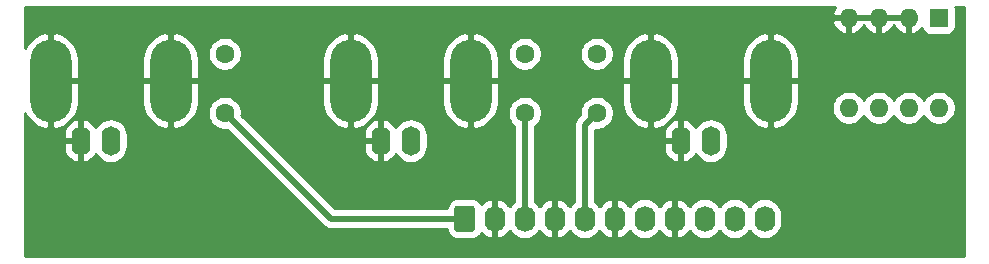
<source format=gbr>
G04 #@! TF.GenerationSoftware,KiCad,Pcbnew,5.1.5+dfsg1-2build2*
G04 #@! TF.CreationDate,2021-08-15T19:23:22-05:00*
G04 #@! TF.ProjectId,interlogix-rgb-mod,696e7465-726c-46f6-9769-782d7267622d,rev?*
G04 #@! TF.SameCoordinates,Original*
G04 #@! TF.FileFunction,Copper,L1,Top*
G04 #@! TF.FilePolarity,Positive*
%FSLAX46Y46*%
G04 Gerber Fmt 4.6, Leading zero omitted, Abs format (unit mm)*
G04 Created by KiCad (PCBNEW 5.1.5+dfsg1-2build2) date 2021-08-15 19:23:22*
%MOMM*%
%LPD*%
G04 APERTURE LIST*
%ADD10O,1.600000X1.600000*%
%ADD11R,1.600000X1.600000*%
%ADD12O,1.740000X2.200000*%
%ADD13C,0.100000*%
%ADD14O,1.600000X2.500000*%
%ADD15O,3.500000X7.000000*%
%ADD16C,1.600000*%
%ADD17C,0.508000*%
%ADD18C,0.254000*%
G04 APERTURE END LIST*
D10*
X123952000Y-72898000D03*
X116332000Y-65278000D03*
X121412000Y-72898000D03*
X118872000Y-65278000D03*
X118872000Y-72898000D03*
X121412000Y-65278000D03*
X116332000Y-72898000D03*
D11*
X123952000Y-65278000D03*
D12*
X109220000Y-82296000D03*
X106680000Y-82296000D03*
X104140000Y-82296000D03*
X101600000Y-82296000D03*
X99060000Y-82296000D03*
X96520000Y-82296000D03*
X93980000Y-82296000D03*
X91440000Y-82296000D03*
X88900000Y-82296000D03*
X86360000Y-82296000D03*
G04 #@! TA.AperFunction,ComponentPad*
D13*
G36*
X84464505Y-81197204D02*
G01*
X84488773Y-81200804D01*
X84512572Y-81206765D01*
X84535671Y-81215030D01*
X84557850Y-81225520D01*
X84578893Y-81238132D01*
X84598599Y-81252747D01*
X84616777Y-81269223D01*
X84633253Y-81287401D01*
X84647868Y-81307107D01*
X84660480Y-81328150D01*
X84670970Y-81350329D01*
X84679235Y-81373428D01*
X84685196Y-81397227D01*
X84688796Y-81421495D01*
X84690000Y-81445999D01*
X84690000Y-83146001D01*
X84688796Y-83170505D01*
X84685196Y-83194773D01*
X84679235Y-83218572D01*
X84670970Y-83241671D01*
X84660480Y-83263850D01*
X84647868Y-83284893D01*
X84633253Y-83304599D01*
X84616777Y-83322777D01*
X84598599Y-83339253D01*
X84578893Y-83353868D01*
X84557850Y-83366480D01*
X84535671Y-83376970D01*
X84512572Y-83385235D01*
X84488773Y-83391196D01*
X84464505Y-83394796D01*
X84440001Y-83396000D01*
X83199999Y-83396000D01*
X83175495Y-83394796D01*
X83151227Y-83391196D01*
X83127428Y-83385235D01*
X83104329Y-83376970D01*
X83082150Y-83366480D01*
X83061107Y-83353868D01*
X83041401Y-83339253D01*
X83023223Y-83322777D01*
X83006747Y-83304599D01*
X82992132Y-83284893D01*
X82979520Y-83263850D01*
X82969030Y-83241671D01*
X82960765Y-83218572D01*
X82954804Y-83194773D01*
X82951204Y-83170505D01*
X82950000Y-83146001D01*
X82950000Y-81445999D01*
X82951204Y-81421495D01*
X82954804Y-81397227D01*
X82960765Y-81373428D01*
X82969030Y-81350329D01*
X82979520Y-81328150D01*
X82992132Y-81307107D01*
X83006747Y-81287401D01*
X83023223Y-81269223D01*
X83041401Y-81252747D01*
X83061107Y-81238132D01*
X83082150Y-81225520D01*
X83104329Y-81215030D01*
X83127428Y-81206765D01*
X83151227Y-81200804D01*
X83175495Y-81197204D01*
X83199999Y-81196000D01*
X84440001Y-81196000D01*
X84464505Y-81197204D01*
G37*
G04 #@! TD.AperFunction*
D14*
X51308000Y-75692000D03*
X53848000Y-75692000D03*
D15*
X58928000Y-70612000D03*
X48768000Y-70612000D03*
D14*
X76708000Y-75692000D03*
X79248000Y-75692000D03*
D15*
X84328000Y-70612000D03*
X74168000Y-70612000D03*
D14*
X102108000Y-75692000D03*
X104648000Y-75692000D03*
D15*
X109728000Y-70612000D03*
X99568000Y-70612000D03*
D16*
X63500000Y-73326000D03*
X63500000Y-68326000D03*
X88900000Y-73326000D03*
X88900000Y-68326000D03*
X94996000Y-73326000D03*
X94996000Y-68326000D03*
D17*
X93980000Y-74342000D02*
X94996000Y-73326000D01*
X93980000Y-82296000D02*
X93980000Y-74342000D01*
X88900000Y-82296000D02*
X88900000Y-73326000D01*
X72470000Y-82296000D02*
X63500000Y-73326000D01*
X83820000Y-82296000D02*
X72470000Y-82296000D01*
D18*
G36*
X115179615Y-64422869D02*
G01*
X115034930Y-64664119D01*
X114940091Y-64928960D01*
X115061376Y-65151000D01*
X116205000Y-65151000D01*
X116205000Y-65131000D01*
X116459000Y-65131000D01*
X116459000Y-65151000D01*
X118745000Y-65151000D01*
X118745000Y-65131000D01*
X118999000Y-65131000D01*
X118999000Y-65151000D01*
X121285000Y-65151000D01*
X121285000Y-65131000D01*
X121539000Y-65131000D01*
X121539000Y-65151000D01*
X121559000Y-65151000D01*
X121559000Y-65405000D01*
X121539000Y-65405000D01*
X121539000Y-66547915D01*
X121761039Y-66669904D01*
X121895087Y-66629246D01*
X122149420Y-66509037D01*
X122375414Y-66341519D01*
X122523769Y-66177920D01*
X122526188Y-66202482D01*
X122562498Y-66322180D01*
X122621463Y-66432494D01*
X122700815Y-66529185D01*
X122797506Y-66608537D01*
X122907820Y-66667502D01*
X123027518Y-66703812D01*
X123152000Y-66716072D01*
X124752000Y-66716072D01*
X124876482Y-66703812D01*
X124996180Y-66667502D01*
X125106494Y-66608537D01*
X125203185Y-66529185D01*
X125282537Y-66432494D01*
X125341502Y-66322180D01*
X125377812Y-66202482D01*
X125390072Y-66078000D01*
X125390072Y-64478000D01*
X125381307Y-64389000D01*
X126111000Y-64389000D01*
X126111000Y-85471000D01*
X46609000Y-85471000D01*
X46609000Y-75819000D01*
X49873000Y-75819000D01*
X49873000Y-76269000D01*
X49925350Y-76546514D01*
X50030834Y-76808483D01*
X50185399Y-77044839D01*
X50383105Y-77246500D01*
X50616354Y-77405715D01*
X50876182Y-77516367D01*
X50958961Y-77533904D01*
X51181000Y-77411915D01*
X51181000Y-75819000D01*
X49873000Y-75819000D01*
X46609000Y-75819000D01*
X46609000Y-75115000D01*
X49873000Y-75115000D01*
X49873000Y-75565000D01*
X51181000Y-75565000D01*
X51181000Y-73972085D01*
X51435000Y-73972085D01*
X51435000Y-75565000D01*
X51455000Y-75565000D01*
X51455000Y-75819000D01*
X51435000Y-75819000D01*
X51435000Y-77411915D01*
X51657039Y-77533904D01*
X51739818Y-77516367D01*
X51999646Y-77405715D01*
X52232895Y-77246500D01*
X52430601Y-77044839D01*
X52580735Y-76815259D01*
X52649068Y-76943101D01*
X52828393Y-77161608D01*
X53046900Y-77340932D01*
X53296193Y-77474182D01*
X53566692Y-77556236D01*
X53848000Y-77583943D01*
X54129309Y-77556236D01*
X54399808Y-77474182D01*
X54649101Y-77340932D01*
X54867608Y-77161608D01*
X55046932Y-76943101D01*
X55180182Y-76693808D01*
X55262236Y-76423309D01*
X55283000Y-76212491D01*
X55283000Y-75171508D01*
X55262236Y-74960691D01*
X55180182Y-74690192D01*
X55046932Y-74440899D01*
X54867607Y-74222392D01*
X54649100Y-74043068D01*
X54399807Y-73909818D01*
X54129308Y-73827764D01*
X53848000Y-73800057D01*
X53566691Y-73827764D01*
X53296192Y-73909818D01*
X53046899Y-74043068D01*
X52828392Y-74222393D01*
X52649068Y-74440900D01*
X52580735Y-74568742D01*
X52430601Y-74339161D01*
X52232895Y-74137500D01*
X51999646Y-73978285D01*
X51739818Y-73867633D01*
X51657039Y-73850096D01*
X51435000Y-73972085D01*
X51181000Y-73972085D01*
X50958961Y-73850096D01*
X50876182Y-73867633D01*
X50616354Y-73978285D01*
X50383105Y-74137500D01*
X50185399Y-74339161D01*
X50030834Y-74575517D01*
X49925350Y-74837486D01*
X49873000Y-75115000D01*
X46609000Y-75115000D01*
X46609000Y-73380588D01*
X46613148Y-73392032D01*
X46855502Y-73792631D01*
X47171352Y-74138252D01*
X47548561Y-74415612D01*
X47972632Y-74614053D01*
X48269997Y-74694427D01*
X48641000Y-74584625D01*
X48641000Y-70739000D01*
X48895000Y-70739000D01*
X48895000Y-74584625D01*
X49266003Y-74694427D01*
X49563368Y-74614053D01*
X49987439Y-74415612D01*
X50364648Y-74138252D01*
X50680498Y-73792631D01*
X50922852Y-73392032D01*
X51082396Y-72951850D01*
X51153000Y-72489000D01*
X51153000Y-70739000D01*
X56543000Y-70739000D01*
X56543000Y-72489000D01*
X56613604Y-72951850D01*
X56773148Y-73392032D01*
X57015502Y-73792631D01*
X57331352Y-74138252D01*
X57708561Y-74415612D01*
X58132632Y-74614053D01*
X58429997Y-74694427D01*
X58801000Y-74584625D01*
X58801000Y-70739000D01*
X59055000Y-70739000D01*
X59055000Y-74584625D01*
X59426003Y-74694427D01*
X59723368Y-74614053D01*
X60147439Y-74415612D01*
X60524648Y-74138252D01*
X60840498Y-73792631D01*
X61082852Y-73392032D01*
X61158012Y-73184665D01*
X62065000Y-73184665D01*
X62065000Y-73467335D01*
X62120147Y-73744574D01*
X62228320Y-74005727D01*
X62385363Y-74240759D01*
X62585241Y-74440637D01*
X62820273Y-74597680D01*
X63081426Y-74705853D01*
X63358665Y-74761000D01*
X63641335Y-74761000D01*
X63671721Y-74754956D01*
X71810506Y-82893742D01*
X71838341Y-82927659D01*
X71973709Y-83038753D01*
X72128149Y-83121303D01*
X72244892Y-83156716D01*
X72295725Y-83172136D01*
X72312325Y-83173771D01*
X72426333Y-83185000D01*
X72426340Y-83185000D01*
X72470000Y-83189300D01*
X72513660Y-83185000D01*
X82315769Y-83185000D01*
X82328992Y-83319255D01*
X82379528Y-83485851D01*
X82461595Y-83639387D01*
X82572038Y-83773962D01*
X82706613Y-83884405D01*
X82860149Y-83966472D01*
X83026745Y-84017008D01*
X83199999Y-84034072D01*
X84440001Y-84034072D01*
X84613255Y-84017008D01*
X84779851Y-83966472D01*
X84933387Y-83884405D01*
X85067962Y-83773962D01*
X85178405Y-83639387D01*
X85236507Y-83530686D01*
X85389506Y-83686536D01*
X85634563Y-83853571D01*
X85907498Y-83969588D01*
X85999969Y-83987302D01*
X86233000Y-83866246D01*
X86233000Y-82423000D01*
X86213000Y-82423000D01*
X86213000Y-82169000D01*
X86233000Y-82169000D01*
X86233000Y-80725754D01*
X86487000Y-80725754D01*
X86487000Y-82169000D01*
X86507000Y-82169000D01*
X86507000Y-82423000D01*
X86487000Y-82423000D01*
X86487000Y-83866246D01*
X86720031Y-83987302D01*
X86812502Y-83969588D01*
X87085437Y-83853571D01*
X87330494Y-83686536D01*
X87538256Y-83474903D01*
X87627698Y-83338331D01*
X87642583Y-83366179D01*
X87830655Y-83595345D01*
X88059822Y-83783417D01*
X88321276Y-83923166D01*
X88604969Y-84009224D01*
X88900000Y-84038282D01*
X89195032Y-84009224D01*
X89478725Y-83923166D01*
X89740179Y-83783417D01*
X89969345Y-83595345D01*
X90157417Y-83366179D01*
X90172302Y-83338331D01*
X90261744Y-83474903D01*
X90469506Y-83686536D01*
X90714563Y-83853571D01*
X90987498Y-83969588D01*
X91079969Y-83987302D01*
X91313000Y-83866246D01*
X91313000Y-82423000D01*
X91293000Y-82423000D01*
X91293000Y-82169000D01*
X91313000Y-82169000D01*
X91313000Y-80725754D01*
X91567000Y-80725754D01*
X91567000Y-82169000D01*
X91587000Y-82169000D01*
X91587000Y-82423000D01*
X91567000Y-82423000D01*
X91567000Y-83866246D01*
X91800031Y-83987302D01*
X91892502Y-83969588D01*
X92165437Y-83853571D01*
X92410494Y-83686536D01*
X92618256Y-83474903D01*
X92707698Y-83338331D01*
X92722583Y-83366179D01*
X92910655Y-83595345D01*
X93139822Y-83783417D01*
X93401276Y-83923166D01*
X93684969Y-84009224D01*
X93980000Y-84038282D01*
X94275032Y-84009224D01*
X94558725Y-83923166D01*
X94820179Y-83783417D01*
X95049345Y-83595345D01*
X95237417Y-83366179D01*
X95252302Y-83338331D01*
X95341744Y-83474903D01*
X95549506Y-83686536D01*
X95794563Y-83853571D01*
X96067498Y-83969588D01*
X96159969Y-83987302D01*
X96393000Y-83866246D01*
X96393000Y-82423000D01*
X96373000Y-82423000D01*
X96373000Y-82169000D01*
X96393000Y-82169000D01*
X96393000Y-80725754D01*
X96647000Y-80725754D01*
X96647000Y-82169000D01*
X96667000Y-82169000D01*
X96667000Y-82423000D01*
X96647000Y-82423000D01*
X96647000Y-83866246D01*
X96880031Y-83987302D01*
X96972502Y-83969588D01*
X97245437Y-83853571D01*
X97490494Y-83686536D01*
X97698256Y-83474903D01*
X97787698Y-83338331D01*
X97802583Y-83366179D01*
X97990655Y-83595345D01*
X98219822Y-83783417D01*
X98481276Y-83923166D01*
X98764969Y-84009224D01*
X99060000Y-84038282D01*
X99355032Y-84009224D01*
X99638725Y-83923166D01*
X99900179Y-83783417D01*
X100129345Y-83595345D01*
X100317417Y-83366179D01*
X100332302Y-83338331D01*
X100421744Y-83474903D01*
X100629506Y-83686536D01*
X100874563Y-83853571D01*
X101147498Y-83969588D01*
X101239969Y-83987302D01*
X101473000Y-83866246D01*
X101473000Y-82423000D01*
X101453000Y-82423000D01*
X101453000Y-82169000D01*
X101473000Y-82169000D01*
X101473000Y-80725754D01*
X101727000Y-80725754D01*
X101727000Y-82169000D01*
X101747000Y-82169000D01*
X101747000Y-82423000D01*
X101727000Y-82423000D01*
X101727000Y-83866246D01*
X101960031Y-83987302D01*
X102052502Y-83969588D01*
X102325437Y-83853571D01*
X102570494Y-83686536D01*
X102778256Y-83474903D01*
X102867698Y-83338331D01*
X102882583Y-83366179D01*
X103070655Y-83595345D01*
X103299822Y-83783417D01*
X103561276Y-83923166D01*
X103844969Y-84009224D01*
X104140000Y-84038282D01*
X104435032Y-84009224D01*
X104718725Y-83923166D01*
X104980179Y-83783417D01*
X105209345Y-83595345D01*
X105397417Y-83366179D01*
X105410000Y-83342638D01*
X105422583Y-83366179D01*
X105610655Y-83595345D01*
X105839822Y-83783417D01*
X106101276Y-83923166D01*
X106384969Y-84009224D01*
X106680000Y-84038282D01*
X106975032Y-84009224D01*
X107258725Y-83923166D01*
X107520179Y-83783417D01*
X107749345Y-83595345D01*
X107937417Y-83366179D01*
X107950000Y-83342638D01*
X107962583Y-83366179D01*
X108150655Y-83595345D01*
X108379822Y-83783417D01*
X108641276Y-83923166D01*
X108924969Y-84009224D01*
X109220000Y-84038282D01*
X109515032Y-84009224D01*
X109798725Y-83923166D01*
X110060179Y-83783417D01*
X110289345Y-83595345D01*
X110477417Y-83366179D01*
X110617166Y-83104724D01*
X110703224Y-82821031D01*
X110725000Y-82599935D01*
X110725000Y-81992064D01*
X110703224Y-81770968D01*
X110617166Y-81487275D01*
X110477417Y-81225821D01*
X110289345Y-80996655D01*
X110060178Y-80808583D01*
X109798724Y-80668834D01*
X109515031Y-80582776D01*
X109220000Y-80553718D01*
X108924968Y-80582776D01*
X108641275Y-80668834D01*
X108379821Y-80808583D01*
X108150655Y-80996655D01*
X107962583Y-81225822D01*
X107950000Y-81249363D01*
X107937417Y-81225821D01*
X107749345Y-80996655D01*
X107520178Y-80808583D01*
X107258724Y-80668834D01*
X106975031Y-80582776D01*
X106680000Y-80553718D01*
X106384968Y-80582776D01*
X106101275Y-80668834D01*
X105839821Y-80808583D01*
X105610655Y-80996655D01*
X105422583Y-81225822D01*
X105410000Y-81249363D01*
X105397417Y-81225821D01*
X105209345Y-80996655D01*
X104980178Y-80808583D01*
X104718724Y-80668834D01*
X104435031Y-80582776D01*
X104140000Y-80553718D01*
X103844968Y-80582776D01*
X103561275Y-80668834D01*
X103299821Y-80808583D01*
X103070655Y-80996655D01*
X102882583Y-81225822D01*
X102867698Y-81253669D01*
X102778256Y-81117097D01*
X102570494Y-80905464D01*
X102325437Y-80738429D01*
X102052502Y-80622412D01*
X101960031Y-80604698D01*
X101727000Y-80725754D01*
X101473000Y-80725754D01*
X101239969Y-80604698D01*
X101147498Y-80622412D01*
X100874563Y-80738429D01*
X100629506Y-80905464D01*
X100421744Y-81117097D01*
X100332302Y-81253669D01*
X100317417Y-81225821D01*
X100129345Y-80996655D01*
X99900178Y-80808583D01*
X99638724Y-80668834D01*
X99355031Y-80582776D01*
X99060000Y-80553718D01*
X98764968Y-80582776D01*
X98481275Y-80668834D01*
X98219821Y-80808583D01*
X97990655Y-80996655D01*
X97802583Y-81225822D01*
X97787698Y-81253669D01*
X97698256Y-81117097D01*
X97490494Y-80905464D01*
X97245437Y-80738429D01*
X96972502Y-80622412D01*
X96880031Y-80604698D01*
X96647000Y-80725754D01*
X96393000Y-80725754D01*
X96159969Y-80604698D01*
X96067498Y-80622412D01*
X95794563Y-80738429D01*
X95549506Y-80905464D01*
X95341744Y-81117097D01*
X95252302Y-81253669D01*
X95237417Y-81225821D01*
X95049345Y-80996655D01*
X94869000Y-80848650D01*
X94869000Y-75819000D01*
X100673000Y-75819000D01*
X100673000Y-76269000D01*
X100725350Y-76546514D01*
X100830834Y-76808483D01*
X100985399Y-77044839D01*
X101183105Y-77246500D01*
X101416354Y-77405715D01*
X101676182Y-77516367D01*
X101758961Y-77533904D01*
X101981000Y-77411915D01*
X101981000Y-75819000D01*
X100673000Y-75819000D01*
X94869000Y-75819000D01*
X94869000Y-75115000D01*
X100673000Y-75115000D01*
X100673000Y-75565000D01*
X101981000Y-75565000D01*
X101981000Y-73972085D01*
X102235000Y-73972085D01*
X102235000Y-75565000D01*
X102255000Y-75565000D01*
X102255000Y-75819000D01*
X102235000Y-75819000D01*
X102235000Y-77411915D01*
X102457039Y-77533904D01*
X102539818Y-77516367D01*
X102799646Y-77405715D01*
X103032895Y-77246500D01*
X103230601Y-77044839D01*
X103380735Y-76815259D01*
X103449068Y-76943101D01*
X103628393Y-77161608D01*
X103846900Y-77340932D01*
X104096193Y-77474182D01*
X104366692Y-77556236D01*
X104648000Y-77583943D01*
X104929309Y-77556236D01*
X105199808Y-77474182D01*
X105449101Y-77340932D01*
X105667608Y-77161608D01*
X105846932Y-76943101D01*
X105980182Y-76693808D01*
X106062236Y-76423309D01*
X106083000Y-76212491D01*
X106083000Y-75171508D01*
X106062236Y-74960691D01*
X105980182Y-74690192D01*
X105846932Y-74440899D01*
X105667607Y-74222392D01*
X105449100Y-74043068D01*
X105199807Y-73909818D01*
X104929308Y-73827764D01*
X104648000Y-73800057D01*
X104366691Y-73827764D01*
X104096192Y-73909818D01*
X103846899Y-74043068D01*
X103628392Y-74222393D01*
X103449068Y-74440900D01*
X103380735Y-74568742D01*
X103230601Y-74339161D01*
X103032895Y-74137500D01*
X102799646Y-73978285D01*
X102539818Y-73867633D01*
X102457039Y-73850096D01*
X102235000Y-73972085D01*
X101981000Y-73972085D01*
X101758961Y-73850096D01*
X101676182Y-73867633D01*
X101416354Y-73978285D01*
X101183105Y-74137500D01*
X100985399Y-74339161D01*
X100830834Y-74575517D01*
X100725350Y-74837486D01*
X100673000Y-75115000D01*
X94869000Y-75115000D01*
X94869000Y-74761000D01*
X95137335Y-74761000D01*
X95414574Y-74705853D01*
X95675727Y-74597680D01*
X95910759Y-74440637D01*
X96110637Y-74240759D01*
X96267680Y-74005727D01*
X96375853Y-73744574D01*
X96431000Y-73467335D01*
X96431000Y-73184665D01*
X96375853Y-72907426D01*
X96267680Y-72646273D01*
X96110637Y-72411241D01*
X95910759Y-72211363D01*
X95675727Y-72054320D01*
X95414574Y-71946147D01*
X95137335Y-71891000D01*
X94854665Y-71891000D01*
X94577426Y-71946147D01*
X94316273Y-72054320D01*
X94081241Y-72211363D01*
X93881363Y-72411241D01*
X93724320Y-72646273D01*
X93616147Y-72907426D01*
X93561000Y-73184665D01*
X93561000Y-73467335D01*
X93567044Y-73497721D01*
X93382259Y-73682506D01*
X93348342Y-73710341D01*
X93320507Y-73744258D01*
X93320505Y-73744260D01*
X93237248Y-73845709D01*
X93154698Y-74000148D01*
X93103864Y-74167726D01*
X93086700Y-74342000D01*
X93091001Y-74385670D01*
X93091000Y-80848649D01*
X92910655Y-80996655D01*
X92722583Y-81225822D01*
X92707698Y-81253669D01*
X92618256Y-81117097D01*
X92410494Y-80905464D01*
X92165437Y-80738429D01*
X91892502Y-80622412D01*
X91800031Y-80604698D01*
X91567000Y-80725754D01*
X91313000Y-80725754D01*
X91079969Y-80604698D01*
X90987498Y-80622412D01*
X90714563Y-80738429D01*
X90469506Y-80905464D01*
X90261744Y-81117097D01*
X90172302Y-81253669D01*
X90157417Y-81225821D01*
X89969345Y-80996655D01*
X89789000Y-80848650D01*
X89789000Y-74457849D01*
X89814759Y-74440637D01*
X90014637Y-74240759D01*
X90171680Y-74005727D01*
X90279853Y-73744574D01*
X90335000Y-73467335D01*
X90335000Y-73184665D01*
X90279853Y-72907426D01*
X90171680Y-72646273D01*
X90014637Y-72411241D01*
X89814759Y-72211363D01*
X89579727Y-72054320D01*
X89318574Y-71946147D01*
X89041335Y-71891000D01*
X88758665Y-71891000D01*
X88481426Y-71946147D01*
X88220273Y-72054320D01*
X87985241Y-72211363D01*
X87785363Y-72411241D01*
X87628320Y-72646273D01*
X87520147Y-72907426D01*
X87465000Y-73184665D01*
X87465000Y-73467335D01*
X87520147Y-73744574D01*
X87628320Y-74005727D01*
X87785363Y-74240759D01*
X87985241Y-74440637D01*
X88011001Y-74457849D01*
X88011000Y-80848649D01*
X87830655Y-80996655D01*
X87642583Y-81225822D01*
X87627698Y-81253669D01*
X87538256Y-81117097D01*
X87330494Y-80905464D01*
X87085437Y-80738429D01*
X86812502Y-80622412D01*
X86720031Y-80604698D01*
X86487000Y-80725754D01*
X86233000Y-80725754D01*
X85999969Y-80604698D01*
X85907498Y-80622412D01*
X85634563Y-80738429D01*
X85389506Y-80905464D01*
X85236507Y-81061314D01*
X85178405Y-80952613D01*
X85067962Y-80818038D01*
X84933387Y-80707595D01*
X84779851Y-80625528D01*
X84613255Y-80574992D01*
X84440001Y-80557928D01*
X83199999Y-80557928D01*
X83026745Y-80574992D01*
X82860149Y-80625528D01*
X82706613Y-80707595D01*
X82572038Y-80818038D01*
X82461595Y-80952613D01*
X82379528Y-81106149D01*
X82328992Y-81272745D01*
X82315769Y-81407000D01*
X72838236Y-81407000D01*
X67250236Y-75819000D01*
X75273000Y-75819000D01*
X75273000Y-76269000D01*
X75325350Y-76546514D01*
X75430834Y-76808483D01*
X75585399Y-77044839D01*
X75783105Y-77246500D01*
X76016354Y-77405715D01*
X76276182Y-77516367D01*
X76358961Y-77533904D01*
X76581000Y-77411915D01*
X76581000Y-75819000D01*
X75273000Y-75819000D01*
X67250236Y-75819000D01*
X66546236Y-75115000D01*
X75273000Y-75115000D01*
X75273000Y-75565000D01*
X76581000Y-75565000D01*
X76581000Y-73972085D01*
X76835000Y-73972085D01*
X76835000Y-75565000D01*
X76855000Y-75565000D01*
X76855000Y-75819000D01*
X76835000Y-75819000D01*
X76835000Y-77411915D01*
X77057039Y-77533904D01*
X77139818Y-77516367D01*
X77399646Y-77405715D01*
X77632895Y-77246500D01*
X77830601Y-77044839D01*
X77980735Y-76815259D01*
X78049068Y-76943101D01*
X78228393Y-77161608D01*
X78446900Y-77340932D01*
X78696193Y-77474182D01*
X78966692Y-77556236D01*
X79248000Y-77583943D01*
X79529309Y-77556236D01*
X79799808Y-77474182D01*
X80049101Y-77340932D01*
X80267608Y-77161608D01*
X80446932Y-76943101D01*
X80580182Y-76693808D01*
X80662236Y-76423309D01*
X80683000Y-76212491D01*
X80683000Y-75171508D01*
X80662236Y-74960691D01*
X80580182Y-74690192D01*
X80446932Y-74440899D01*
X80267607Y-74222392D01*
X80049100Y-74043068D01*
X79799807Y-73909818D01*
X79529308Y-73827764D01*
X79248000Y-73800057D01*
X78966691Y-73827764D01*
X78696192Y-73909818D01*
X78446899Y-74043068D01*
X78228392Y-74222393D01*
X78049068Y-74440900D01*
X77980735Y-74568742D01*
X77830601Y-74339161D01*
X77632895Y-74137500D01*
X77399646Y-73978285D01*
X77139818Y-73867633D01*
X77057039Y-73850096D01*
X76835000Y-73972085D01*
X76581000Y-73972085D01*
X76358961Y-73850096D01*
X76276182Y-73867633D01*
X76016354Y-73978285D01*
X75783105Y-74137500D01*
X75585399Y-74339161D01*
X75430834Y-74575517D01*
X75325350Y-74837486D01*
X75273000Y-75115000D01*
X66546236Y-75115000D01*
X64928956Y-73497721D01*
X64935000Y-73467335D01*
X64935000Y-73184665D01*
X64879853Y-72907426D01*
X64771680Y-72646273D01*
X64614637Y-72411241D01*
X64414759Y-72211363D01*
X64179727Y-72054320D01*
X63918574Y-71946147D01*
X63641335Y-71891000D01*
X63358665Y-71891000D01*
X63081426Y-71946147D01*
X62820273Y-72054320D01*
X62585241Y-72211363D01*
X62385363Y-72411241D01*
X62228320Y-72646273D01*
X62120147Y-72907426D01*
X62065000Y-73184665D01*
X61158012Y-73184665D01*
X61242396Y-72951850D01*
X61313000Y-72489000D01*
X61313000Y-70739000D01*
X71783000Y-70739000D01*
X71783000Y-72489000D01*
X71853604Y-72951850D01*
X72013148Y-73392032D01*
X72255502Y-73792631D01*
X72571352Y-74138252D01*
X72948561Y-74415612D01*
X73372632Y-74614053D01*
X73669997Y-74694427D01*
X74041000Y-74584625D01*
X74041000Y-70739000D01*
X74295000Y-70739000D01*
X74295000Y-74584625D01*
X74666003Y-74694427D01*
X74963368Y-74614053D01*
X75387439Y-74415612D01*
X75764648Y-74138252D01*
X76080498Y-73792631D01*
X76322852Y-73392032D01*
X76482396Y-72951850D01*
X76553000Y-72489000D01*
X76553000Y-70739000D01*
X81943000Y-70739000D01*
X81943000Y-72489000D01*
X82013604Y-72951850D01*
X82173148Y-73392032D01*
X82415502Y-73792631D01*
X82731352Y-74138252D01*
X83108561Y-74415612D01*
X83532632Y-74614053D01*
X83829997Y-74694427D01*
X84201000Y-74584625D01*
X84201000Y-70739000D01*
X84455000Y-70739000D01*
X84455000Y-74584625D01*
X84826003Y-74694427D01*
X85123368Y-74614053D01*
X85547439Y-74415612D01*
X85924648Y-74138252D01*
X86240498Y-73792631D01*
X86482852Y-73392032D01*
X86642396Y-72951850D01*
X86713000Y-72489000D01*
X86713000Y-70739000D01*
X97183000Y-70739000D01*
X97183000Y-72489000D01*
X97253604Y-72951850D01*
X97413148Y-73392032D01*
X97655502Y-73792631D01*
X97971352Y-74138252D01*
X98348561Y-74415612D01*
X98772632Y-74614053D01*
X99069997Y-74694427D01*
X99441000Y-74584625D01*
X99441000Y-70739000D01*
X99695000Y-70739000D01*
X99695000Y-74584625D01*
X100066003Y-74694427D01*
X100363368Y-74614053D01*
X100787439Y-74415612D01*
X101164648Y-74138252D01*
X101480498Y-73792631D01*
X101722852Y-73392032D01*
X101882396Y-72951850D01*
X101953000Y-72489000D01*
X101953000Y-70739000D01*
X107343000Y-70739000D01*
X107343000Y-72489000D01*
X107413604Y-72951850D01*
X107573148Y-73392032D01*
X107815502Y-73792631D01*
X108131352Y-74138252D01*
X108508561Y-74415612D01*
X108932632Y-74614053D01*
X109229997Y-74694427D01*
X109601000Y-74584625D01*
X109601000Y-70739000D01*
X109855000Y-70739000D01*
X109855000Y-74584625D01*
X110226003Y-74694427D01*
X110523368Y-74614053D01*
X110947439Y-74415612D01*
X111324648Y-74138252D01*
X111640498Y-73792631D01*
X111882852Y-73392032D01*
X112042396Y-72951850D01*
X112072169Y-72756665D01*
X114897000Y-72756665D01*
X114897000Y-73039335D01*
X114952147Y-73316574D01*
X115060320Y-73577727D01*
X115217363Y-73812759D01*
X115417241Y-74012637D01*
X115652273Y-74169680D01*
X115913426Y-74277853D01*
X116190665Y-74333000D01*
X116473335Y-74333000D01*
X116750574Y-74277853D01*
X117011727Y-74169680D01*
X117246759Y-74012637D01*
X117446637Y-73812759D01*
X117602000Y-73580241D01*
X117757363Y-73812759D01*
X117957241Y-74012637D01*
X118192273Y-74169680D01*
X118453426Y-74277853D01*
X118730665Y-74333000D01*
X119013335Y-74333000D01*
X119290574Y-74277853D01*
X119551727Y-74169680D01*
X119786759Y-74012637D01*
X119986637Y-73812759D01*
X120142000Y-73580241D01*
X120297363Y-73812759D01*
X120497241Y-74012637D01*
X120732273Y-74169680D01*
X120993426Y-74277853D01*
X121270665Y-74333000D01*
X121553335Y-74333000D01*
X121830574Y-74277853D01*
X122091727Y-74169680D01*
X122326759Y-74012637D01*
X122526637Y-73812759D01*
X122682000Y-73580241D01*
X122837363Y-73812759D01*
X123037241Y-74012637D01*
X123272273Y-74169680D01*
X123533426Y-74277853D01*
X123810665Y-74333000D01*
X124093335Y-74333000D01*
X124370574Y-74277853D01*
X124631727Y-74169680D01*
X124866759Y-74012637D01*
X125066637Y-73812759D01*
X125223680Y-73577727D01*
X125331853Y-73316574D01*
X125387000Y-73039335D01*
X125387000Y-72756665D01*
X125331853Y-72479426D01*
X125223680Y-72218273D01*
X125066637Y-71983241D01*
X124866759Y-71783363D01*
X124631727Y-71626320D01*
X124370574Y-71518147D01*
X124093335Y-71463000D01*
X123810665Y-71463000D01*
X123533426Y-71518147D01*
X123272273Y-71626320D01*
X123037241Y-71783363D01*
X122837363Y-71983241D01*
X122682000Y-72215759D01*
X122526637Y-71983241D01*
X122326759Y-71783363D01*
X122091727Y-71626320D01*
X121830574Y-71518147D01*
X121553335Y-71463000D01*
X121270665Y-71463000D01*
X120993426Y-71518147D01*
X120732273Y-71626320D01*
X120497241Y-71783363D01*
X120297363Y-71983241D01*
X120142000Y-72215759D01*
X119986637Y-71983241D01*
X119786759Y-71783363D01*
X119551727Y-71626320D01*
X119290574Y-71518147D01*
X119013335Y-71463000D01*
X118730665Y-71463000D01*
X118453426Y-71518147D01*
X118192273Y-71626320D01*
X117957241Y-71783363D01*
X117757363Y-71983241D01*
X117602000Y-72215759D01*
X117446637Y-71983241D01*
X117246759Y-71783363D01*
X117011727Y-71626320D01*
X116750574Y-71518147D01*
X116473335Y-71463000D01*
X116190665Y-71463000D01*
X115913426Y-71518147D01*
X115652273Y-71626320D01*
X115417241Y-71783363D01*
X115217363Y-71983241D01*
X115060320Y-72218273D01*
X114952147Y-72479426D01*
X114897000Y-72756665D01*
X112072169Y-72756665D01*
X112113000Y-72489000D01*
X112113000Y-70739000D01*
X109855000Y-70739000D01*
X109601000Y-70739000D01*
X107343000Y-70739000D01*
X101953000Y-70739000D01*
X99695000Y-70739000D01*
X99441000Y-70739000D01*
X97183000Y-70739000D01*
X86713000Y-70739000D01*
X84455000Y-70739000D01*
X84201000Y-70739000D01*
X81943000Y-70739000D01*
X76553000Y-70739000D01*
X74295000Y-70739000D01*
X74041000Y-70739000D01*
X71783000Y-70739000D01*
X61313000Y-70739000D01*
X59055000Y-70739000D01*
X58801000Y-70739000D01*
X56543000Y-70739000D01*
X51153000Y-70739000D01*
X48895000Y-70739000D01*
X48641000Y-70739000D01*
X48621000Y-70739000D01*
X48621000Y-70485000D01*
X48641000Y-70485000D01*
X48641000Y-66639375D01*
X48895000Y-66639375D01*
X48895000Y-70485000D01*
X51153000Y-70485000D01*
X51153000Y-68735000D01*
X56543000Y-68735000D01*
X56543000Y-70485000D01*
X58801000Y-70485000D01*
X58801000Y-66639375D01*
X59055000Y-66639375D01*
X59055000Y-70485000D01*
X61313000Y-70485000D01*
X61313000Y-68735000D01*
X61242396Y-68272150D01*
X61210688Y-68184665D01*
X62065000Y-68184665D01*
X62065000Y-68467335D01*
X62120147Y-68744574D01*
X62228320Y-69005727D01*
X62385363Y-69240759D01*
X62585241Y-69440637D01*
X62820273Y-69597680D01*
X63081426Y-69705853D01*
X63358665Y-69761000D01*
X63641335Y-69761000D01*
X63918574Y-69705853D01*
X64179727Y-69597680D01*
X64414759Y-69440637D01*
X64614637Y-69240759D01*
X64771680Y-69005727D01*
X64879853Y-68744574D01*
X64881757Y-68735000D01*
X71783000Y-68735000D01*
X71783000Y-70485000D01*
X74041000Y-70485000D01*
X74041000Y-66639375D01*
X74295000Y-66639375D01*
X74295000Y-70485000D01*
X76553000Y-70485000D01*
X76553000Y-68735000D01*
X81943000Y-68735000D01*
X81943000Y-70485000D01*
X84201000Y-70485000D01*
X84201000Y-66639375D01*
X84455000Y-66639375D01*
X84455000Y-70485000D01*
X86713000Y-70485000D01*
X86713000Y-68735000D01*
X86642396Y-68272150D01*
X86610688Y-68184665D01*
X87465000Y-68184665D01*
X87465000Y-68467335D01*
X87520147Y-68744574D01*
X87628320Y-69005727D01*
X87785363Y-69240759D01*
X87985241Y-69440637D01*
X88220273Y-69597680D01*
X88481426Y-69705853D01*
X88758665Y-69761000D01*
X89041335Y-69761000D01*
X89318574Y-69705853D01*
X89579727Y-69597680D01*
X89814759Y-69440637D01*
X90014637Y-69240759D01*
X90171680Y-69005727D01*
X90279853Y-68744574D01*
X90335000Y-68467335D01*
X90335000Y-68184665D01*
X93561000Y-68184665D01*
X93561000Y-68467335D01*
X93616147Y-68744574D01*
X93724320Y-69005727D01*
X93881363Y-69240759D01*
X94081241Y-69440637D01*
X94316273Y-69597680D01*
X94577426Y-69705853D01*
X94854665Y-69761000D01*
X95137335Y-69761000D01*
X95414574Y-69705853D01*
X95675727Y-69597680D01*
X95910759Y-69440637D01*
X96110637Y-69240759D01*
X96267680Y-69005727D01*
X96375853Y-68744574D01*
X96377757Y-68735000D01*
X97183000Y-68735000D01*
X97183000Y-70485000D01*
X99441000Y-70485000D01*
X99441000Y-66639375D01*
X99695000Y-66639375D01*
X99695000Y-70485000D01*
X101953000Y-70485000D01*
X101953000Y-68735000D01*
X107343000Y-68735000D01*
X107343000Y-70485000D01*
X109601000Y-70485000D01*
X109601000Y-66639375D01*
X109855000Y-66639375D01*
X109855000Y-70485000D01*
X112113000Y-70485000D01*
X112113000Y-68735000D01*
X112042396Y-68272150D01*
X111882852Y-67831968D01*
X111640498Y-67431369D01*
X111324648Y-67085748D01*
X110947439Y-66808388D01*
X110523368Y-66609947D01*
X110226003Y-66529573D01*
X109855000Y-66639375D01*
X109601000Y-66639375D01*
X109229997Y-66529573D01*
X108932632Y-66609947D01*
X108508561Y-66808388D01*
X108131352Y-67085748D01*
X107815502Y-67431369D01*
X107573148Y-67831968D01*
X107413604Y-68272150D01*
X107343000Y-68735000D01*
X101953000Y-68735000D01*
X101882396Y-68272150D01*
X101722852Y-67831968D01*
X101480498Y-67431369D01*
X101164648Y-67085748D01*
X100787439Y-66808388D01*
X100363368Y-66609947D01*
X100066003Y-66529573D01*
X99695000Y-66639375D01*
X99441000Y-66639375D01*
X99069997Y-66529573D01*
X98772632Y-66609947D01*
X98348561Y-66808388D01*
X97971352Y-67085748D01*
X97655502Y-67431369D01*
X97413148Y-67831968D01*
X97253604Y-68272150D01*
X97183000Y-68735000D01*
X96377757Y-68735000D01*
X96431000Y-68467335D01*
X96431000Y-68184665D01*
X96375853Y-67907426D01*
X96267680Y-67646273D01*
X96110637Y-67411241D01*
X95910759Y-67211363D01*
X95675727Y-67054320D01*
X95414574Y-66946147D01*
X95137335Y-66891000D01*
X94854665Y-66891000D01*
X94577426Y-66946147D01*
X94316273Y-67054320D01*
X94081241Y-67211363D01*
X93881363Y-67411241D01*
X93724320Y-67646273D01*
X93616147Y-67907426D01*
X93561000Y-68184665D01*
X90335000Y-68184665D01*
X90279853Y-67907426D01*
X90171680Y-67646273D01*
X90014637Y-67411241D01*
X89814759Y-67211363D01*
X89579727Y-67054320D01*
X89318574Y-66946147D01*
X89041335Y-66891000D01*
X88758665Y-66891000D01*
X88481426Y-66946147D01*
X88220273Y-67054320D01*
X87985241Y-67211363D01*
X87785363Y-67411241D01*
X87628320Y-67646273D01*
X87520147Y-67907426D01*
X87465000Y-68184665D01*
X86610688Y-68184665D01*
X86482852Y-67831968D01*
X86240498Y-67431369D01*
X85924648Y-67085748D01*
X85547439Y-66808388D01*
X85123368Y-66609947D01*
X84826003Y-66529573D01*
X84455000Y-66639375D01*
X84201000Y-66639375D01*
X83829997Y-66529573D01*
X83532632Y-66609947D01*
X83108561Y-66808388D01*
X82731352Y-67085748D01*
X82415502Y-67431369D01*
X82173148Y-67831968D01*
X82013604Y-68272150D01*
X81943000Y-68735000D01*
X76553000Y-68735000D01*
X76482396Y-68272150D01*
X76322852Y-67831968D01*
X76080498Y-67431369D01*
X75764648Y-67085748D01*
X75387439Y-66808388D01*
X74963368Y-66609947D01*
X74666003Y-66529573D01*
X74295000Y-66639375D01*
X74041000Y-66639375D01*
X73669997Y-66529573D01*
X73372632Y-66609947D01*
X72948561Y-66808388D01*
X72571352Y-67085748D01*
X72255502Y-67431369D01*
X72013148Y-67831968D01*
X71853604Y-68272150D01*
X71783000Y-68735000D01*
X64881757Y-68735000D01*
X64935000Y-68467335D01*
X64935000Y-68184665D01*
X64879853Y-67907426D01*
X64771680Y-67646273D01*
X64614637Y-67411241D01*
X64414759Y-67211363D01*
X64179727Y-67054320D01*
X63918574Y-66946147D01*
X63641335Y-66891000D01*
X63358665Y-66891000D01*
X63081426Y-66946147D01*
X62820273Y-67054320D01*
X62585241Y-67211363D01*
X62385363Y-67411241D01*
X62228320Y-67646273D01*
X62120147Y-67907426D01*
X62065000Y-68184665D01*
X61210688Y-68184665D01*
X61082852Y-67831968D01*
X60840498Y-67431369D01*
X60524648Y-67085748D01*
X60147439Y-66808388D01*
X59723368Y-66609947D01*
X59426003Y-66529573D01*
X59055000Y-66639375D01*
X58801000Y-66639375D01*
X58429997Y-66529573D01*
X58132632Y-66609947D01*
X57708561Y-66808388D01*
X57331352Y-67085748D01*
X57015502Y-67431369D01*
X56773148Y-67831968D01*
X56613604Y-68272150D01*
X56543000Y-68735000D01*
X51153000Y-68735000D01*
X51082396Y-68272150D01*
X50922852Y-67831968D01*
X50680498Y-67431369D01*
X50364648Y-67085748D01*
X49987439Y-66808388D01*
X49563368Y-66609947D01*
X49266003Y-66529573D01*
X48895000Y-66639375D01*
X48641000Y-66639375D01*
X48269997Y-66529573D01*
X47972632Y-66609947D01*
X47548561Y-66808388D01*
X47171352Y-67085748D01*
X46855502Y-67431369D01*
X46613148Y-67831968D01*
X46609000Y-67843412D01*
X46609000Y-65627040D01*
X114940091Y-65627040D01*
X115034930Y-65891881D01*
X115179615Y-66133131D01*
X115368586Y-66341519D01*
X115594580Y-66509037D01*
X115848913Y-66629246D01*
X115982961Y-66669904D01*
X116205000Y-66547915D01*
X116205000Y-65405000D01*
X116459000Y-65405000D01*
X116459000Y-66547915D01*
X116681039Y-66669904D01*
X116815087Y-66629246D01*
X117069420Y-66509037D01*
X117295414Y-66341519D01*
X117484385Y-66133131D01*
X117602000Y-65937018D01*
X117719615Y-66133131D01*
X117908586Y-66341519D01*
X118134580Y-66509037D01*
X118388913Y-66629246D01*
X118522961Y-66669904D01*
X118745000Y-66547915D01*
X118745000Y-65405000D01*
X118999000Y-65405000D01*
X118999000Y-66547915D01*
X119221039Y-66669904D01*
X119355087Y-66629246D01*
X119609420Y-66509037D01*
X119835414Y-66341519D01*
X120024385Y-66133131D01*
X120142000Y-65937018D01*
X120259615Y-66133131D01*
X120448586Y-66341519D01*
X120674580Y-66509037D01*
X120928913Y-66629246D01*
X121062961Y-66669904D01*
X121285000Y-66547915D01*
X121285000Y-65405000D01*
X118999000Y-65405000D01*
X118745000Y-65405000D01*
X116459000Y-65405000D01*
X116205000Y-65405000D01*
X115061376Y-65405000D01*
X114940091Y-65627040D01*
X46609000Y-65627040D01*
X46609000Y-64389000D01*
X115210328Y-64389000D01*
X115179615Y-64422869D01*
G37*
X115179615Y-64422869D02*
X115034930Y-64664119D01*
X114940091Y-64928960D01*
X115061376Y-65151000D01*
X116205000Y-65151000D01*
X116205000Y-65131000D01*
X116459000Y-65131000D01*
X116459000Y-65151000D01*
X118745000Y-65151000D01*
X118745000Y-65131000D01*
X118999000Y-65131000D01*
X118999000Y-65151000D01*
X121285000Y-65151000D01*
X121285000Y-65131000D01*
X121539000Y-65131000D01*
X121539000Y-65151000D01*
X121559000Y-65151000D01*
X121559000Y-65405000D01*
X121539000Y-65405000D01*
X121539000Y-66547915D01*
X121761039Y-66669904D01*
X121895087Y-66629246D01*
X122149420Y-66509037D01*
X122375414Y-66341519D01*
X122523769Y-66177920D01*
X122526188Y-66202482D01*
X122562498Y-66322180D01*
X122621463Y-66432494D01*
X122700815Y-66529185D01*
X122797506Y-66608537D01*
X122907820Y-66667502D01*
X123027518Y-66703812D01*
X123152000Y-66716072D01*
X124752000Y-66716072D01*
X124876482Y-66703812D01*
X124996180Y-66667502D01*
X125106494Y-66608537D01*
X125203185Y-66529185D01*
X125282537Y-66432494D01*
X125341502Y-66322180D01*
X125377812Y-66202482D01*
X125390072Y-66078000D01*
X125390072Y-64478000D01*
X125381307Y-64389000D01*
X126111000Y-64389000D01*
X126111000Y-85471000D01*
X46609000Y-85471000D01*
X46609000Y-75819000D01*
X49873000Y-75819000D01*
X49873000Y-76269000D01*
X49925350Y-76546514D01*
X50030834Y-76808483D01*
X50185399Y-77044839D01*
X50383105Y-77246500D01*
X50616354Y-77405715D01*
X50876182Y-77516367D01*
X50958961Y-77533904D01*
X51181000Y-77411915D01*
X51181000Y-75819000D01*
X49873000Y-75819000D01*
X46609000Y-75819000D01*
X46609000Y-75115000D01*
X49873000Y-75115000D01*
X49873000Y-75565000D01*
X51181000Y-75565000D01*
X51181000Y-73972085D01*
X51435000Y-73972085D01*
X51435000Y-75565000D01*
X51455000Y-75565000D01*
X51455000Y-75819000D01*
X51435000Y-75819000D01*
X51435000Y-77411915D01*
X51657039Y-77533904D01*
X51739818Y-77516367D01*
X51999646Y-77405715D01*
X52232895Y-77246500D01*
X52430601Y-77044839D01*
X52580735Y-76815259D01*
X52649068Y-76943101D01*
X52828393Y-77161608D01*
X53046900Y-77340932D01*
X53296193Y-77474182D01*
X53566692Y-77556236D01*
X53848000Y-77583943D01*
X54129309Y-77556236D01*
X54399808Y-77474182D01*
X54649101Y-77340932D01*
X54867608Y-77161608D01*
X55046932Y-76943101D01*
X55180182Y-76693808D01*
X55262236Y-76423309D01*
X55283000Y-76212491D01*
X55283000Y-75171508D01*
X55262236Y-74960691D01*
X55180182Y-74690192D01*
X55046932Y-74440899D01*
X54867607Y-74222392D01*
X54649100Y-74043068D01*
X54399807Y-73909818D01*
X54129308Y-73827764D01*
X53848000Y-73800057D01*
X53566691Y-73827764D01*
X53296192Y-73909818D01*
X53046899Y-74043068D01*
X52828392Y-74222393D01*
X52649068Y-74440900D01*
X52580735Y-74568742D01*
X52430601Y-74339161D01*
X52232895Y-74137500D01*
X51999646Y-73978285D01*
X51739818Y-73867633D01*
X51657039Y-73850096D01*
X51435000Y-73972085D01*
X51181000Y-73972085D01*
X50958961Y-73850096D01*
X50876182Y-73867633D01*
X50616354Y-73978285D01*
X50383105Y-74137500D01*
X50185399Y-74339161D01*
X50030834Y-74575517D01*
X49925350Y-74837486D01*
X49873000Y-75115000D01*
X46609000Y-75115000D01*
X46609000Y-73380588D01*
X46613148Y-73392032D01*
X46855502Y-73792631D01*
X47171352Y-74138252D01*
X47548561Y-74415612D01*
X47972632Y-74614053D01*
X48269997Y-74694427D01*
X48641000Y-74584625D01*
X48641000Y-70739000D01*
X48895000Y-70739000D01*
X48895000Y-74584625D01*
X49266003Y-74694427D01*
X49563368Y-74614053D01*
X49987439Y-74415612D01*
X50364648Y-74138252D01*
X50680498Y-73792631D01*
X50922852Y-73392032D01*
X51082396Y-72951850D01*
X51153000Y-72489000D01*
X51153000Y-70739000D01*
X56543000Y-70739000D01*
X56543000Y-72489000D01*
X56613604Y-72951850D01*
X56773148Y-73392032D01*
X57015502Y-73792631D01*
X57331352Y-74138252D01*
X57708561Y-74415612D01*
X58132632Y-74614053D01*
X58429997Y-74694427D01*
X58801000Y-74584625D01*
X58801000Y-70739000D01*
X59055000Y-70739000D01*
X59055000Y-74584625D01*
X59426003Y-74694427D01*
X59723368Y-74614053D01*
X60147439Y-74415612D01*
X60524648Y-74138252D01*
X60840498Y-73792631D01*
X61082852Y-73392032D01*
X61158012Y-73184665D01*
X62065000Y-73184665D01*
X62065000Y-73467335D01*
X62120147Y-73744574D01*
X62228320Y-74005727D01*
X62385363Y-74240759D01*
X62585241Y-74440637D01*
X62820273Y-74597680D01*
X63081426Y-74705853D01*
X63358665Y-74761000D01*
X63641335Y-74761000D01*
X63671721Y-74754956D01*
X71810506Y-82893742D01*
X71838341Y-82927659D01*
X71973709Y-83038753D01*
X72128149Y-83121303D01*
X72244892Y-83156716D01*
X72295725Y-83172136D01*
X72312325Y-83173771D01*
X72426333Y-83185000D01*
X72426340Y-83185000D01*
X72470000Y-83189300D01*
X72513660Y-83185000D01*
X82315769Y-83185000D01*
X82328992Y-83319255D01*
X82379528Y-83485851D01*
X82461595Y-83639387D01*
X82572038Y-83773962D01*
X82706613Y-83884405D01*
X82860149Y-83966472D01*
X83026745Y-84017008D01*
X83199999Y-84034072D01*
X84440001Y-84034072D01*
X84613255Y-84017008D01*
X84779851Y-83966472D01*
X84933387Y-83884405D01*
X85067962Y-83773962D01*
X85178405Y-83639387D01*
X85236507Y-83530686D01*
X85389506Y-83686536D01*
X85634563Y-83853571D01*
X85907498Y-83969588D01*
X85999969Y-83987302D01*
X86233000Y-83866246D01*
X86233000Y-82423000D01*
X86213000Y-82423000D01*
X86213000Y-82169000D01*
X86233000Y-82169000D01*
X86233000Y-80725754D01*
X86487000Y-80725754D01*
X86487000Y-82169000D01*
X86507000Y-82169000D01*
X86507000Y-82423000D01*
X86487000Y-82423000D01*
X86487000Y-83866246D01*
X86720031Y-83987302D01*
X86812502Y-83969588D01*
X87085437Y-83853571D01*
X87330494Y-83686536D01*
X87538256Y-83474903D01*
X87627698Y-83338331D01*
X87642583Y-83366179D01*
X87830655Y-83595345D01*
X88059822Y-83783417D01*
X88321276Y-83923166D01*
X88604969Y-84009224D01*
X88900000Y-84038282D01*
X89195032Y-84009224D01*
X89478725Y-83923166D01*
X89740179Y-83783417D01*
X89969345Y-83595345D01*
X90157417Y-83366179D01*
X90172302Y-83338331D01*
X90261744Y-83474903D01*
X90469506Y-83686536D01*
X90714563Y-83853571D01*
X90987498Y-83969588D01*
X91079969Y-83987302D01*
X91313000Y-83866246D01*
X91313000Y-82423000D01*
X91293000Y-82423000D01*
X91293000Y-82169000D01*
X91313000Y-82169000D01*
X91313000Y-80725754D01*
X91567000Y-80725754D01*
X91567000Y-82169000D01*
X91587000Y-82169000D01*
X91587000Y-82423000D01*
X91567000Y-82423000D01*
X91567000Y-83866246D01*
X91800031Y-83987302D01*
X91892502Y-83969588D01*
X92165437Y-83853571D01*
X92410494Y-83686536D01*
X92618256Y-83474903D01*
X92707698Y-83338331D01*
X92722583Y-83366179D01*
X92910655Y-83595345D01*
X93139822Y-83783417D01*
X93401276Y-83923166D01*
X93684969Y-84009224D01*
X93980000Y-84038282D01*
X94275032Y-84009224D01*
X94558725Y-83923166D01*
X94820179Y-83783417D01*
X95049345Y-83595345D01*
X95237417Y-83366179D01*
X95252302Y-83338331D01*
X95341744Y-83474903D01*
X95549506Y-83686536D01*
X95794563Y-83853571D01*
X96067498Y-83969588D01*
X96159969Y-83987302D01*
X96393000Y-83866246D01*
X96393000Y-82423000D01*
X96373000Y-82423000D01*
X96373000Y-82169000D01*
X96393000Y-82169000D01*
X96393000Y-80725754D01*
X96647000Y-80725754D01*
X96647000Y-82169000D01*
X96667000Y-82169000D01*
X96667000Y-82423000D01*
X96647000Y-82423000D01*
X96647000Y-83866246D01*
X96880031Y-83987302D01*
X96972502Y-83969588D01*
X97245437Y-83853571D01*
X97490494Y-83686536D01*
X97698256Y-83474903D01*
X97787698Y-83338331D01*
X97802583Y-83366179D01*
X97990655Y-83595345D01*
X98219822Y-83783417D01*
X98481276Y-83923166D01*
X98764969Y-84009224D01*
X99060000Y-84038282D01*
X99355032Y-84009224D01*
X99638725Y-83923166D01*
X99900179Y-83783417D01*
X100129345Y-83595345D01*
X100317417Y-83366179D01*
X100332302Y-83338331D01*
X100421744Y-83474903D01*
X100629506Y-83686536D01*
X100874563Y-83853571D01*
X101147498Y-83969588D01*
X101239969Y-83987302D01*
X101473000Y-83866246D01*
X101473000Y-82423000D01*
X101453000Y-82423000D01*
X101453000Y-82169000D01*
X101473000Y-82169000D01*
X101473000Y-80725754D01*
X101727000Y-80725754D01*
X101727000Y-82169000D01*
X101747000Y-82169000D01*
X101747000Y-82423000D01*
X101727000Y-82423000D01*
X101727000Y-83866246D01*
X101960031Y-83987302D01*
X102052502Y-83969588D01*
X102325437Y-83853571D01*
X102570494Y-83686536D01*
X102778256Y-83474903D01*
X102867698Y-83338331D01*
X102882583Y-83366179D01*
X103070655Y-83595345D01*
X103299822Y-83783417D01*
X103561276Y-83923166D01*
X103844969Y-84009224D01*
X104140000Y-84038282D01*
X104435032Y-84009224D01*
X104718725Y-83923166D01*
X104980179Y-83783417D01*
X105209345Y-83595345D01*
X105397417Y-83366179D01*
X105410000Y-83342638D01*
X105422583Y-83366179D01*
X105610655Y-83595345D01*
X105839822Y-83783417D01*
X106101276Y-83923166D01*
X106384969Y-84009224D01*
X106680000Y-84038282D01*
X106975032Y-84009224D01*
X107258725Y-83923166D01*
X107520179Y-83783417D01*
X107749345Y-83595345D01*
X107937417Y-83366179D01*
X107950000Y-83342638D01*
X107962583Y-83366179D01*
X108150655Y-83595345D01*
X108379822Y-83783417D01*
X108641276Y-83923166D01*
X108924969Y-84009224D01*
X109220000Y-84038282D01*
X109515032Y-84009224D01*
X109798725Y-83923166D01*
X110060179Y-83783417D01*
X110289345Y-83595345D01*
X110477417Y-83366179D01*
X110617166Y-83104724D01*
X110703224Y-82821031D01*
X110725000Y-82599935D01*
X110725000Y-81992064D01*
X110703224Y-81770968D01*
X110617166Y-81487275D01*
X110477417Y-81225821D01*
X110289345Y-80996655D01*
X110060178Y-80808583D01*
X109798724Y-80668834D01*
X109515031Y-80582776D01*
X109220000Y-80553718D01*
X108924968Y-80582776D01*
X108641275Y-80668834D01*
X108379821Y-80808583D01*
X108150655Y-80996655D01*
X107962583Y-81225822D01*
X107950000Y-81249363D01*
X107937417Y-81225821D01*
X107749345Y-80996655D01*
X107520178Y-80808583D01*
X107258724Y-80668834D01*
X106975031Y-80582776D01*
X106680000Y-80553718D01*
X106384968Y-80582776D01*
X106101275Y-80668834D01*
X105839821Y-80808583D01*
X105610655Y-80996655D01*
X105422583Y-81225822D01*
X105410000Y-81249363D01*
X105397417Y-81225821D01*
X105209345Y-80996655D01*
X104980178Y-80808583D01*
X104718724Y-80668834D01*
X104435031Y-80582776D01*
X104140000Y-80553718D01*
X103844968Y-80582776D01*
X103561275Y-80668834D01*
X103299821Y-80808583D01*
X103070655Y-80996655D01*
X102882583Y-81225822D01*
X102867698Y-81253669D01*
X102778256Y-81117097D01*
X102570494Y-80905464D01*
X102325437Y-80738429D01*
X102052502Y-80622412D01*
X101960031Y-80604698D01*
X101727000Y-80725754D01*
X101473000Y-80725754D01*
X101239969Y-80604698D01*
X101147498Y-80622412D01*
X100874563Y-80738429D01*
X100629506Y-80905464D01*
X100421744Y-81117097D01*
X100332302Y-81253669D01*
X100317417Y-81225821D01*
X100129345Y-80996655D01*
X99900178Y-80808583D01*
X99638724Y-80668834D01*
X99355031Y-80582776D01*
X99060000Y-80553718D01*
X98764968Y-80582776D01*
X98481275Y-80668834D01*
X98219821Y-80808583D01*
X97990655Y-80996655D01*
X97802583Y-81225822D01*
X97787698Y-81253669D01*
X97698256Y-81117097D01*
X97490494Y-80905464D01*
X97245437Y-80738429D01*
X96972502Y-80622412D01*
X96880031Y-80604698D01*
X96647000Y-80725754D01*
X96393000Y-80725754D01*
X96159969Y-80604698D01*
X96067498Y-80622412D01*
X95794563Y-80738429D01*
X95549506Y-80905464D01*
X95341744Y-81117097D01*
X95252302Y-81253669D01*
X95237417Y-81225821D01*
X95049345Y-80996655D01*
X94869000Y-80848650D01*
X94869000Y-75819000D01*
X100673000Y-75819000D01*
X100673000Y-76269000D01*
X100725350Y-76546514D01*
X100830834Y-76808483D01*
X100985399Y-77044839D01*
X101183105Y-77246500D01*
X101416354Y-77405715D01*
X101676182Y-77516367D01*
X101758961Y-77533904D01*
X101981000Y-77411915D01*
X101981000Y-75819000D01*
X100673000Y-75819000D01*
X94869000Y-75819000D01*
X94869000Y-75115000D01*
X100673000Y-75115000D01*
X100673000Y-75565000D01*
X101981000Y-75565000D01*
X101981000Y-73972085D01*
X102235000Y-73972085D01*
X102235000Y-75565000D01*
X102255000Y-75565000D01*
X102255000Y-75819000D01*
X102235000Y-75819000D01*
X102235000Y-77411915D01*
X102457039Y-77533904D01*
X102539818Y-77516367D01*
X102799646Y-77405715D01*
X103032895Y-77246500D01*
X103230601Y-77044839D01*
X103380735Y-76815259D01*
X103449068Y-76943101D01*
X103628393Y-77161608D01*
X103846900Y-77340932D01*
X104096193Y-77474182D01*
X104366692Y-77556236D01*
X104648000Y-77583943D01*
X104929309Y-77556236D01*
X105199808Y-77474182D01*
X105449101Y-77340932D01*
X105667608Y-77161608D01*
X105846932Y-76943101D01*
X105980182Y-76693808D01*
X106062236Y-76423309D01*
X106083000Y-76212491D01*
X106083000Y-75171508D01*
X106062236Y-74960691D01*
X105980182Y-74690192D01*
X105846932Y-74440899D01*
X105667607Y-74222392D01*
X105449100Y-74043068D01*
X105199807Y-73909818D01*
X104929308Y-73827764D01*
X104648000Y-73800057D01*
X104366691Y-73827764D01*
X104096192Y-73909818D01*
X103846899Y-74043068D01*
X103628392Y-74222393D01*
X103449068Y-74440900D01*
X103380735Y-74568742D01*
X103230601Y-74339161D01*
X103032895Y-74137500D01*
X102799646Y-73978285D01*
X102539818Y-73867633D01*
X102457039Y-73850096D01*
X102235000Y-73972085D01*
X101981000Y-73972085D01*
X101758961Y-73850096D01*
X101676182Y-73867633D01*
X101416354Y-73978285D01*
X101183105Y-74137500D01*
X100985399Y-74339161D01*
X100830834Y-74575517D01*
X100725350Y-74837486D01*
X100673000Y-75115000D01*
X94869000Y-75115000D01*
X94869000Y-74761000D01*
X95137335Y-74761000D01*
X95414574Y-74705853D01*
X95675727Y-74597680D01*
X95910759Y-74440637D01*
X96110637Y-74240759D01*
X96267680Y-74005727D01*
X96375853Y-73744574D01*
X96431000Y-73467335D01*
X96431000Y-73184665D01*
X96375853Y-72907426D01*
X96267680Y-72646273D01*
X96110637Y-72411241D01*
X95910759Y-72211363D01*
X95675727Y-72054320D01*
X95414574Y-71946147D01*
X95137335Y-71891000D01*
X94854665Y-71891000D01*
X94577426Y-71946147D01*
X94316273Y-72054320D01*
X94081241Y-72211363D01*
X93881363Y-72411241D01*
X93724320Y-72646273D01*
X93616147Y-72907426D01*
X93561000Y-73184665D01*
X93561000Y-73467335D01*
X93567044Y-73497721D01*
X93382259Y-73682506D01*
X93348342Y-73710341D01*
X93320507Y-73744258D01*
X93320505Y-73744260D01*
X93237248Y-73845709D01*
X93154698Y-74000148D01*
X93103864Y-74167726D01*
X93086700Y-74342000D01*
X93091001Y-74385670D01*
X93091000Y-80848649D01*
X92910655Y-80996655D01*
X92722583Y-81225822D01*
X92707698Y-81253669D01*
X92618256Y-81117097D01*
X92410494Y-80905464D01*
X92165437Y-80738429D01*
X91892502Y-80622412D01*
X91800031Y-80604698D01*
X91567000Y-80725754D01*
X91313000Y-80725754D01*
X91079969Y-80604698D01*
X90987498Y-80622412D01*
X90714563Y-80738429D01*
X90469506Y-80905464D01*
X90261744Y-81117097D01*
X90172302Y-81253669D01*
X90157417Y-81225821D01*
X89969345Y-80996655D01*
X89789000Y-80848650D01*
X89789000Y-74457849D01*
X89814759Y-74440637D01*
X90014637Y-74240759D01*
X90171680Y-74005727D01*
X90279853Y-73744574D01*
X90335000Y-73467335D01*
X90335000Y-73184665D01*
X90279853Y-72907426D01*
X90171680Y-72646273D01*
X90014637Y-72411241D01*
X89814759Y-72211363D01*
X89579727Y-72054320D01*
X89318574Y-71946147D01*
X89041335Y-71891000D01*
X88758665Y-71891000D01*
X88481426Y-71946147D01*
X88220273Y-72054320D01*
X87985241Y-72211363D01*
X87785363Y-72411241D01*
X87628320Y-72646273D01*
X87520147Y-72907426D01*
X87465000Y-73184665D01*
X87465000Y-73467335D01*
X87520147Y-73744574D01*
X87628320Y-74005727D01*
X87785363Y-74240759D01*
X87985241Y-74440637D01*
X88011001Y-74457849D01*
X88011000Y-80848649D01*
X87830655Y-80996655D01*
X87642583Y-81225822D01*
X87627698Y-81253669D01*
X87538256Y-81117097D01*
X87330494Y-80905464D01*
X87085437Y-80738429D01*
X86812502Y-80622412D01*
X86720031Y-80604698D01*
X86487000Y-80725754D01*
X86233000Y-80725754D01*
X85999969Y-80604698D01*
X85907498Y-80622412D01*
X85634563Y-80738429D01*
X85389506Y-80905464D01*
X85236507Y-81061314D01*
X85178405Y-80952613D01*
X85067962Y-80818038D01*
X84933387Y-80707595D01*
X84779851Y-80625528D01*
X84613255Y-80574992D01*
X84440001Y-80557928D01*
X83199999Y-80557928D01*
X83026745Y-80574992D01*
X82860149Y-80625528D01*
X82706613Y-80707595D01*
X82572038Y-80818038D01*
X82461595Y-80952613D01*
X82379528Y-81106149D01*
X82328992Y-81272745D01*
X82315769Y-81407000D01*
X72838236Y-81407000D01*
X67250236Y-75819000D01*
X75273000Y-75819000D01*
X75273000Y-76269000D01*
X75325350Y-76546514D01*
X75430834Y-76808483D01*
X75585399Y-77044839D01*
X75783105Y-77246500D01*
X76016354Y-77405715D01*
X76276182Y-77516367D01*
X76358961Y-77533904D01*
X76581000Y-77411915D01*
X76581000Y-75819000D01*
X75273000Y-75819000D01*
X67250236Y-75819000D01*
X66546236Y-75115000D01*
X75273000Y-75115000D01*
X75273000Y-75565000D01*
X76581000Y-75565000D01*
X76581000Y-73972085D01*
X76835000Y-73972085D01*
X76835000Y-75565000D01*
X76855000Y-75565000D01*
X76855000Y-75819000D01*
X76835000Y-75819000D01*
X76835000Y-77411915D01*
X77057039Y-77533904D01*
X77139818Y-77516367D01*
X77399646Y-77405715D01*
X77632895Y-77246500D01*
X77830601Y-77044839D01*
X77980735Y-76815259D01*
X78049068Y-76943101D01*
X78228393Y-77161608D01*
X78446900Y-77340932D01*
X78696193Y-77474182D01*
X78966692Y-77556236D01*
X79248000Y-77583943D01*
X79529309Y-77556236D01*
X79799808Y-77474182D01*
X80049101Y-77340932D01*
X80267608Y-77161608D01*
X80446932Y-76943101D01*
X80580182Y-76693808D01*
X80662236Y-76423309D01*
X80683000Y-76212491D01*
X80683000Y-75171508D01*
X80662236Y-74960691D01*
X80580182Y-74690192D01*
X80446932Y-74440899D01*
X80267607Y-74222392D01*
X80049100Y-74043068D01*
X79799807Y-73909818D01*
X79529308Y-73827764D01*
X79248000Y-73800057D01*
X78966691Y-73827764D01*
X78696192Y-73909818D01*
X78446899Y-74043068D01*
X78228392Y-74222393D01*
X78049068Y-74440900D01*
X77980735Y-74568742D01*
X77830601Y-74339161D01*
X77632895Y-74137500D01*
X77399646Y-73978285D01*
X77139818Y-73867633D01*
X77057039Y-73850096D01*
X76835000Y-73972085D01*
X76581000Y-73972085D01*
X76358961Y-73850096D01*
X76276182Y-73867633D01*
X76016354Y-73978285D01*
X75783105Y-74137500D01*
X75585399Y-74339161D01*
X75430834Y-74575517D01*
X75325350Y-74837486D01*
X75273000Y-75115000D01*
X66546236Y-75115000D01*
X64928956Y-73497721D01*
X64935000Y-73467335D01*
X64935000Y-73184665D01*
X64879853Y-72907426D01*
X64771680Y-72646273D01*
X64614637Y-72411241D01*
X64414759Y-72211363D01*
X64179727Y-72054320D01*
X63918574Y-71946147D01*
X63641335Y-71891000D01*
X63358665Y-71891000D01*
X63081426Y-71946147D01*
X62820273Y-72054320D01*
X62585241Y-72211363D01*
X62385363Y-72411241D01*
X62228320Y-72646273D01*
X62120147Y-72907426D01*
X62065000Y-73184665D01*
X61158012Y-73184665D01*
X61242396Y-72951850D01*
X61313000Y-72489000D01*
X61313000Y-70739000D01*
X71783000Y-70739000D01*
X71783000Y-72489000D01*
X71853604Y-72951850D01*
X72013148Y-73392032D01*
X72255502Y-73792631D01*
X72571352Y-74138252D01*
X72948561Y-74415612D01*
X73372632Y-74614053D01*
X73669997Y-74694427D01*
X74041000Y-74584625D01*
X74041000Y-70739000D01*
X74295000Y-70739000D01*
X74295000Y-74584625D01*
X74666003Y-74694427D01*
X74963368Y-74614053D01*
X75387439Y-74415612D01*
X75764648Y-74138252D01*
X76080498Y-73792631D01*
X76322852Y-73392032D01*
X76482396Y-72951850D01*
X76553000Y-72489000D01*
X76553000Y-70739000D01*
X81943000Y-70739000D01*
X81943000Y-72489000D01*
X82013604Y-72951850D01*
X82173148Y-73392032D01*
X82415502Y-73792631D01*
X82731352Y-74138252D01*
X83108561Y-74415612D01*
X83532632Y-74614053D01*
X83829997Y-74694427D01*
X84201000Y-74584625D01*
X84201000Y-70739000D01*
X84455000Y-70739000D01*
X84455000Y-74584625D01*
X84826003Y-74694427D01*
X85123368Y-74614053D01*
X85547439Y-74415612D01*
X85924648Y-74138252D01*
X86240498Y-73792631D01*
X86482852Y-73392032D01*
X86642396Y-72951850D01*
X86713000Y-72489000D01*
X86713000Y-70739000D01*
X97183000Y-70739000D01*
X97183000Y-72489000D01*
X97253604Y-72951850D01*
X97413148Y-73392032D01*
X97655502Y-73792631D01*
X97971352Y-74138252D01*
X98348561Y-74415612D01*
X98772632Y-74614053D01*
X99069997Y-74694427D01*
X99441000Y-74584625D01*
X99441000Y-70739000D01*
X99695000Y-70739000D01*
X99695000Y-74584625D01*
X100066003Y-74694427D01*
X100363368Y-74614053D01*
X100787439Y-74415612D01*
X101164648Y-74138252D01*
X101480498Y-73792631D01*
X101722852Y-73392032D01*
X101882396Y-72951850D01*
X101953000Y-72489000D01*
X101953000Y-70739000D01*
X107343000Y-70739000D01*
X107343000Y-72489000D01*
X107413604Y-72951850D01*
X107573148Y-73392032D01*
X107815502Y-73792631D01*
X108131352Y-74138252D01*
X108508561Y-74415612D01*
X108932632Y-74614053D01*
X109229997Y-74694427D01*
X109601000Y-74584625D01*
X109601000Y-70739000D01*
X109855000Y-70739000D01*
X109855000Y-74584625D01*
X110226003Y-74694427D01*
X110523368Y-74614053D01*
X110947439Y-74415612D01*
X111324648Y-74138252D01*
X111640498Y-73792631D01*
X111882852Y-73392032D01*
X112042396Y-72951850D01*
X112072169Y-72756665D01*
X114897000Y-72756665D01*
X114897000Y-73039335D01*
X114952147Y-73316574D01*
X115060320Y-73577727D01*
X115217363Y-73812759D01*
X115417241Y-74012637D01*
X115652273Y-74169680D01*
X115913426Y-74277853D01*
X116190665Y-74333000D01*
X116473335Y-74333000D01*
X116750574Y-74277853D01*
X117011727Y-74169680D01*
X117246759Y-74012637D01*
X117446637Y-73812759D01*
X117602000Y-73580241D01*
X117757363Y-73812759D01*
X117957241Y-74012637D01*
X118192273Y-74169680D01*
X118453426Y-74277853D01*
X118730665Y-74333000D01*
X119013335Y-74333000D01*
X119290574Y-74277853D01*
X119551727Y-74169680D01*
X119786759Y-74012637D01*
X119986637Y-73812759D01*
X120142000Y-73580241D01*
X120297363Y-73812759D01*
X120497241Y-74012637D01*
X120732273Y-74169680D01*
X120993426Y-74277853D01*
X121270665Y-74333000D01*
X121553335Y-74333000D01*
X121830574Y-74277853D01*
X122091727Y-74169680D01*
X122326759Y-74012637D01*
X122526637Y-73812759D01*
X122682000Y-73580241D01*
X122837363Y-73812759D01*
X123037241Y-74012637D01*
X123272273Y-74169680D01*
X123533426Y-74277853D01*
X123810665Y-74333000D01*
X124093335Y-74333000D01*
X124370574Y-74277853D01*
X124631727Y-74169680D01*
X124866759Y-74012637D01*
X125066637Y-73812759D01*
X125223680Y-73577727D01*
X125331853Y-73316574D01*
X125387000Y-73039335D01*
X125387000Y-72756665D01*
X125331853Y-72479426D01*
X125223680Y-72218273D01*
X125066637Y-71983241D01*
X124866759Y-71783363D01*
X124631727Y-71626320D01*
X124370574Y-71518147D01*
X124093335Y-71463000D01*
X123810665Y-71463000D01*
X123533426Y-71518147D01*
X123272273Y-71626320D01*
X123037241Y-71783363D01*
X122837363Y-71983241D01*
X122682000Y-72215759D01*
X122526637Y-71983241D01*
X122326759Y-71783363D01*
X122091727Y-71626320D01*
X121830574Y-71518147D01*
X121553335Y-71463000D01*
X121270665Y-71463000D01*
X120993426Y-71518147D01*
X120732273Y-71626320D01*
X120497241Y-71783363D01*
X120297363Y-71983241D01*
X120142000Y-72215759D01*
X119986637Y-71983241D01*
X119786759Y-71783363D01*
X119551727Y-71626320D01*
X119290574Y-71518147D01*
X119013335Y-71463000D01*
X118730665Y-71463000D01*
X118453426Y-71518147D01*
X118192273Y-71626320D01*
X117957241Y-71783363D01*
X117757363Y-71983241D01*
X117602000Y-72215759D01*
X117446637Y-71983241D01*
X117246759Y-71783363D01*
X117011727Y-71626320D01*
X116750574Y-71518147D01*
X116473335Y-71463000D01*
X116190665Y-71463000D01*
X115913426Y-71518147D01*
X115652273Y-71626320D01*
X115417241Y-71783363D01*
X115217363Y-71983241D01*
X115060320Y-72218273D01*
X114952147Y-72479426D01*
X114897000Y-72756665D01*
X112072169Y-72756665D01*
X112113000Y-72489000D01*
X112113000Y-70739000D01*
X109855000Y-70739000D01*
X109601000Y-70739000D01*
X107343000Y-70739000D01*
X101953000Y-70739000D01*
X99695000Y-70739000D01*
X99441000Y-70739000D01*
X97183000Y-70739000D01*
X86713000Y-70739000D01*
X84455000Y-70739000D01*
X84201000Y-70739000D01*
X81943000Y-70739000D01*
X76553000Y-70739000D01*
X74295000Y-70739000D01*
X74041000Y-70739000D01*
X71783000Y-70739000D01*
X61313000Y-70739000D01*
X59055000Y-70739000D01*
X58801000Y-70739000D01*
X56543000Y-70739000D01*
X51153000Y-70739000D01*
X48895000Y-70739000D01*
X48641000Y-70739000D01*
X48621000Y-70739000D01*
X48621000Y-70485000D01*
X48641000Y-70485000D01*
X48641000Y-66639375D01*
X48895000Y-66639375D01*
X48895000Y-70485000D01*
X51153000Y-70485000D01*
X51153000Y-68735000D01*
X56543000Y-68735000D01*
X56543000Y-70485000D01*
X58801000Y-70485000D01*
X58801000Y-66639375D01*
X59055000Y-66639375D01*
X59055000Y-70485000D01*
X61313000Y-70485000D01*
X61313000Y-68735000D01*
X61242396Y-68272150D01*
X61210688Y-68184665D01*
X62065000Y-68184665D01*
X62065000Y-68467335D01*
X62120147Y-68744574D01*
X62228320Y-69005727D01*
X62385363Y-69240759D01*
X62585241Y-69440637D01*
X62820273Y-69597680D01*
X63081426Y-69705853D01*
X63358665Y-69761000D01*
X63641335Y-69761000D01*
X63918574Y-69705853D01*
X64179727Y-69597680D01*
X64414759Y-69440637D01*
X64614637Y-69240759D01*
X64771680Y-69005727D01*
X64879853Y-68744574D01*
X64881757Y-68735000D01*
X71783000Y-68735000D01*
X71783000Y-70485000D01*
X74041000Y-70485000D01*
X74041000Y-66639375D01*
X74295000Y-66639375D01*
X74295000Y-70485000D01*
X76553000Y-70485000D01*
X76553000Y-68735000D01*
X81943000Y-68735000D01*
X81943000Y-70485000D01*
X84201000Y-70485000D01*
X84201000Y-66639375D01*
X84455000Y-66639375D01*
X84455000Y-70485000D01*
X86713000Y-70485000D01*
X86713000Y-68735000D01*
X86642396Y-68272150D01*
X86610688Y-68184665D01*
X87465000Y-68184665D01*
X87465000Y-68467335D01*
X87520147Y-68744574D01*
X87628320Y-69005727D01*
X87785363Y-69240759D01*
X87985241Y-69440637D01*
X88220273Y-69597680D01*
X88481426Y-69705853D01*
X88758665Y-69761000D01*
X89041335Y-69761000D01*
X89318574Y-69705853D01*
X89579727Y-69597680D01*
X89814759Y-69440637D01*
X90014637Y-69240759D01*
X90171680Y-69005727D01*
X90279853Y-68744574D01*
X90335000Y-68467335D01*
X90335000Y-68184665D01*
X93561000Y-68184665D01*
X93561000Y-68467335D01*
X93616147Y-68744574D01*
X93724320Y-69005727D01*
X93881363Y-69240759D01*
X94081241Y-69440637D01*
X94316273Y-69597680D01*
X94577426Y-69705853D01*
X94854665Y-69761000D01*
X95137335Y-69761000D01*
X95414574Y-69705853D01*
X95675727Y-69597680D01*
X95910759Y-69440637D01*
X96110637Y-69240759D01*
X96267680Y-69005727D01*
X96375853Y-68744574D01*
X96377757Y-68735000D01*
X97183000Y-68735000D01*
X97183000Y-70485000D01*
X99441000Y-70485000D01*
X99441000Y-66639375D01*
X99695000Y-66639375D01*
X99695000Y-70485000D01*
X101953000Y-70485000D01*
X101953000Y-68735000D01*
X107343000Y-68735000D01*
X107343000Y-70485000D01*
X109601000Y-70485000D01*
X109601000Y-66639375D01*
X109855000Y-66639375D01*
X109855000Y-70485000D01*
X112113000Y-70485000D01*
X112113000Y-68735000D01*
X112042396Y-68272150D01*
X111882852Y-67831968D01*
X111640498Y-67431369D01*
X111324648Y-67085748D01*
X110947439Y-66808388D01*
X110523368Y-66609947D01*
X110226003Y-66529573D01*
X109855000Y-66639375D01*
X109601000Y-66639375D01*
X109229997Y-66529573D01*
X108932632Y-66609947D01*
X108508561Y-66808388D01*
X108131352Y-67085748D01*
X107815502Y-67431369D01*
X107573148Y-67831968D01*
X107413604Y-68272150D01*
X107343000Y-68735000D01*
X101953000Y-68735000D01*
X101882396Y-68272150D01*
X101722852Y-67831968D01*
X101480498Y-67431369D01*
X101164648Y-67085748D01*
X100787439Y-66808388D01*
X100363368Y-66609947D01*
X100066003Y-66529573D01*
X99695000Y-66639375D01*
X99441000Y-66639375D01*
X99069997Y-66529573D01*
X98772632Y-66609947D01*
X98348561Y-66808388D01*
X97971352Y-67085748D01*
X97655502Y-67431369D01*
X97413148Y-67831968D01*
X97253604Y-68272150D01*
X97183000Y-68735000D01*
X96377757Y-68735000D01*
X96431000Y-68467335D01*
X96431000Y-68184665D01*
X96375853Y-67907426D01*
X96267680Y-67646273D01*
X96110637Y-67411241D01*
X95910759Y-67211363D01*
X95675727Y-67054320D01*
X95414574Y-66946147D01*
X95137335Y-66891000D01*
X94854665Y-66891000D01*
X94577426Y-66946147D01*
X94316273Y-67054320D01*
X94081241Y-67211363D01*
X93881363Y-67411241D01*
X93724320Y-67646273D01*
X93616147Y-67907426D01*
X93561000Y-68184665D01*
X90335000Y-68184665D01*
X90279853Y-67907426D01*
X90171680Y-67646273D01*
X90014637Y-67411241D01*
X89814759Y-67211363D01*
X89579727Y-67054320D01*
X89318574Y-66946147D01*
X89041335Y-66891000D01*
X88758665Y-66891000D01*
X88481426Y-66946147D01*
X88220273Y-67054320D01*
X87985241Y-67211363D01*
X87785363Y-67411241D01*
X87628320Y-67646273D01*
X87520147Y-67907426D01*
X87465000Y-68184665D01*
X86610688Y-68184665D01*
X86482852Y-67831968D01*
X86240498Y-67431369D01*
X85924648Y-67085748D01*
X85547439Y-66808388D01*
X85123368Y-66609947D01*
X84826003Y-66529573D01*
X84455000Y-66639375D01*
X84201000Y-66639375D01*
X83829997Y-66529573D01*
X83532632Y-66609947D01*
X83108561Y-66808388D01*
X82731352Y-67085748D01*
X82415502Y-67431369D01*
X82173148Y-67831968D01*
X82013604Y-68272150D01*
X81943000Y-68735000D01*
X76553000Y-68735000D01*
X76482396Y-68272150D01*
X76322852Y-67831968D01*
X76080498Y-67431369D01*
X75764648Y-67085748D01*
X75387439Y-66808388D01*
X74963368Y-66609947D01*
X74666003Y-66529573D01*
X74295000Y-66639375D01*
X74041000Y-66639375D01*
X73669997Y-66529573D01*
X73372632Y-66609947D01*
X72948561Y-66808388D01*
X72571352Y-67085748D01*
X72255502Y-67431369D01*
X72013148Y-67831968D01*
X71853604Y-68272150D01*
X71783000Y-68735000D01*
X64881757Y-68735000D01*
X64935000Y-68467335D01*
X64935000Y-68184665D01*
X64879853Y-67907426D01*
X64771680Y-67646273D01*
X64614637Y-67411241D01*
X64414759Y-67211363D01*
X64179727Y-67054320D01*
X63918574Y-66946147D01*
X63641335Y-66891000D01*
X63358665Y-66891000D01*
X63081426Y-66946147D01*
X62820273Y-67054320D01*
X62585241Y-67211363D01*
X62385363Y-67411241D01*
X62228320Y-67646273D01*
X62120147Y-67907426D01*
X62065000Y-68184665D01*
X61210688Y-68184665D01*
X61082852Y-67831968D01*
X60840498Y-67431369D01*
X60524648Y-67085748D01*
X60147439Y-66808388D01*
X59723368Y-66609947D01*
X59426003Y-66529573D01*
X59055000Y-66639375D01*
X58801000Y-66639375D01*
X58429997Y-66529573D01*
X58132632Y-66609947D01*
X57708561Y-66808388D01*
X57331352Y-67085748D01*
X57015502Y-67431369D01*
X56773148Y-67831968D01*
X56613604Y-68272150D01*
X56543000Y-68735000D01*
X51153000Y-68735000D01*
X51082396Y-68272150D01*
X50922852Y-67831968D01*
X50680498Y-67431369D01*
X50364648Y-67085748D01*
X49987439Y-66808388D01*
X49563368Y-66609947D01*
X49266003Y-66529573D01*
X48895000Y-66639375D01*
X48641000Y-66639375D01*
X48269997Y-66529573D01*
X47972632Y-66609947D01*
X47548561Y-66808388D01*
X47171352Y-67085748D01*
X46855502Y-67431369D01*
X46613148Y-67831968D01*
X46609000Y-67843412D01*
X46609000Y-65627040D01*
X114940091Y-65627040D01*
X115034930Y-65891881D01*
X115179615Y-66133131D01*
X115368586Y-66341519D01*
X115594580Y-66509037D01*
X115848913Y-66629246D01*
X115982961Y-66669904D01*
X116205000Y-66547915D01*
X116205000Y-65405000D01*
X116459000Y-65405000D01*
X116459000Y-66547915D01*
X116681039Y-66669904D01*
X116815087Y-66629246D01*
X117069420Y-66509037D01*
X117295414Y-66341519D01*
X117484385Y-66133131D01*
X117602000Y-65937018D01*
X117719615Y-66133131D01*
X117908586Y-66341519D01*
X118134580Y-66509037D01*
X118388913Y-66629246D01*
X118522961Y-66669904D01*
X118745000Y-66547915D01*
X118745000Y-65405000D01*
X118999000Y-65405000D01*
X118999000Y-66547915D01*
X119221039Y-66669904D01*
X119355087Y-66629246D01*
X119609420Y-66509037D01*
X119835414Y-66341519D01*
X120024385Y-66133131D01*
X120142000Y-65937018D01*
X120259615Y-66133131D01*
X120448586Y-66341519D01*
X120674580Y-66509037D01*
X120928913Y-66629246D01*
X121062961Y-66669904D01*
X121285000Y-66547915D01*
X121285000Y-65405000D01*
X118999000Y-65405000D01*
X118745000Y-65405000D01*
X116459000Y-65405000D01*
X116205000Y-65405000D01*
X115061376Y-65405000D01*
X114940091Y-65627040D01*
X46609000Y-65627040D01*
X46609000Y-64389000D01*
X115210328Y-64389000D01*
X115179615Y-64422869D01*
M02*

</source>
